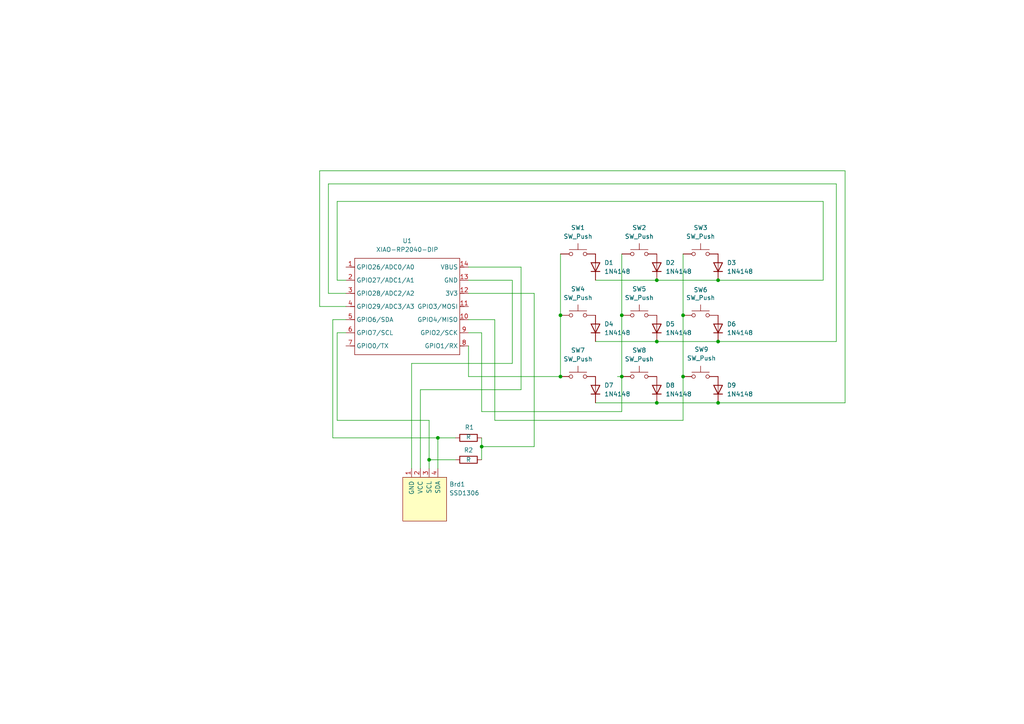
<source format=kicad_sch>
(kicad_sch (version 20231120) (generator "eeschema") (generator_version "8.0")
  (paper "A4")
  (lib_symbols
    (symbol "Device:R" (pin_numbers hide) (pin_names (offset 0))
      (property "Reference" "R" (at 2.032 0 90))
      (property "Value" "R" (at 0 0 90))
      (symbol "R_0_1"
        (rectangle (start -1.016 -2.54) (end 1.016 2.54) (stroke (width 0.254)))
      )
      (symbol "R_1_1"
        (pin passive line (at 0 3.81 270) (length 1.27) (name "~") (number "1"))
        (pin passive line (at 0 -3.81 90) (length 1.27) (name "~") (number "2"))
      )
    )
    (symbol "Diode:1N4148" (pin_numbers hide) (pin_names hide)
      (property "Reference" "D" (at 0 2.54 0))
      (property "Value" "1N4148" (at 0 -2.54 0))
      (symbol "1N4148_0_1"
        (polyline (pts (xy -1.27 1.27) (xy -1.27 -1.27)) (stroke (width 0.254)))
        (polyline (pts (xy 1.27 0) (xy -1.27 0)))
        (polyline (pts (xy 1.27 1.27) (xy 1.27 -1.27) (xy -1.27 0) (xy 1.27 1.27)) (stroke (width 0.254)))
      )
      (symbol "1N4148_1_1"
        (pin passive line (at -3.81 0 0) (length 2.54) (name "K") (number "1"))
        (pin passive line (at 3.81 0 180) (length 2.54) (name "A") (number "2"))
      )
    )
    (symbol "Switch:SW_Push" (pin_numbers hide) (pin_names (offset 1.016) hide)
      (property "Reference" "SW" (at 1.27 2.54 0))
      (property "Value" "SW_Push" (at 0 -1.524 0))
      (symbol "SW_Push_0_1"
        (circle (center -2.032 0) (radius 0.508))
        (polyline (pts (xy 0 1.27) (xy 0 3.048)))
        (polyline (pts (xy 2.54 1.27) (xy -2.54 1.27)))
        (circle (center 2.032 0) (radius 0.508))
        (pin passive line (at -5.08 0 0) (length 2.54) (name "1") (number "1"))
        (pin passive line (at 5.08 0 180) (length 2.54) (name "2") (number "2"))
      )
    )
    (symbol "the screen:SSD1306" (pin_names (offset 1.016))
      (property "Reference" "Brd" (at 0 -3.81 0))
      (property "Value" "SSD1306" (at 0 -1.27 0))
      (symbol "SSD1306_0_1"
        (rectangle (start -6.35 6.35) (end 6.35 -6.35) (fill (type background)))
      )
      (symbol "SSD1306_1_1"
        (pin input line (at -3.81 8.89 270) (length 2.54) (name "GND") (number "1"))
        (pin input line (at -1.27 8.89 270) (length 2.54) (name "VCC") (number "2"))
        (pin input line (at 1.27 8.89 270) (length 2.54) (name "SCL") (number "3"))
        (pin input line (at 3.81 8.89 270) (length 2.54) (name "SDA") (number "4"))
      )
    )
    (symbol "xiao hong shuuu:XIAO-RP2040-DIP"
      (property "Reference" "U" (at 0 0 0))
      (property "Value" "XIAO-RP2040-DIP" (at 5.334 -1.778 0))
      (symbol "XIAO-RP2040-DIP_1_0"
        (polyline (pts (xy -1.27 -30.48) (xy -1.27 -16.51)) (stroke (width 0.1524)))
        (polyline (pts (xy -1.27 -27.94) (xy -2.54 -27.94)) (stroke (width 0.1524)))
        (polyline (pts (xy -1.27 -24.13) (xy -2.54 -24.13)) (stroke (width 0.1524)))
        (polyline (pts (xy -1.27 -20.32) (xy -2.54 -20.32)) (stroke (width 0.1524)))
        (polyline (pts (xy -1.27 -16.51) (xy -2.54 -16.51)) (stroke (width 0.1524)))
        (polyline (pts (xy -1.27 -16.51) (xy -1.27 -12.7)) (stroke (width 0.1524)))
        (polyline (pts (xy -1.27 -12.7) (xy -2.54 -12.7)) (stroke (width 0.1524)))
        (polyline (pts (xy -1.27 -12.7) (xy -1.27 -8.89)) (stroke (width 0.1524)))
        (polyline (pts (xy -1.27 -8.89) (xy -2.54 -8.89)) (stroke (width 0.1524)))
        (polyline (pts (xy -1.27 -8.89) (xy -1.27 -5.08)) (stroke (width 0.1524)))
        (polyline (pts (xy -1.27 -5.08) (xy -2.54 -5.08)) (stroke (width 0.1524)))
        (polyline (pts (xy -1.27 -5.08) (xy -1.27 -2.54)) (stroke (width 0.1524)))
        (polyline (pts (xy -1.27 -2.54) (xy 29.21 -2.54)) (stroke (width 0.1524)))
        (polyline (pts (xy 29.21 -30.48) (xy -1.27 -30.48)) (stroke (width 0.1524)))
        (polyline (pts (xy 29.21 -12.7) (xy 29.21 -30.48)) (stroke (width 0.1524)))
        (polyline (pts (xy 29.21 -8.89) (xy 29.21 -12.7)) (stroke (width 0.1524)))
        (polyline (pts (xy 29.21 -5.08) (xy 29.21 -8.89)) (stroke (width 0.1524)))
        (polyline (pts (xy 29.21 -2.54) (xy 29.21 -5.08)) (stroke (width 0.1524)))
        (polyline (pts (xy 30.48 -27.94) (xy 29.21 -27.94)) (stroke (width 0.1524)))
        (polyline (pts (xy 30.48 -24.13) (xy 29.21 -24.13)) (stroke (width 0.1524)))
        (polyline (pts (xy 30.48 -20.32) (xy 29.21 -20.32)) (stroke (width 0.1524)))
        (polyline (pts (xy 30.48 -16.51) (xy 29.21 -16.51)) (stroke (width 0.1524)))
        (polyline (pts (xy 30.48 -12.7) (xy 29.21 -12.7)) (stroke (width 0.1524)))
        (polyline (pts (xy 30.48 -8.89) (xy 29.21 -8.89)) (stroke (width 0.1524)))
        (polyline (pts (xy 30.48 -5.08) (xy 29.21 -5.08)) (stroke (width 0.1524)))
        (pin passive line (at -3.81 -5.08 0) (length 2.54) (name "GPIO26/ADC0/A0") (number "1"))
        (pin passive line (at 31.75 -20.32 180) (length 2.54) (name "GPIO4/MISO") (number "10"))
        (pin passive line (at 31.75 -16.51 180) (length 2.54) (name "GPIO3/MOSI") (number "11"))
        (pin passive line (at 31.75 -12.7 180) (length 2.54) (name "3V3") (number "12"))
        (pin passive line (at 31.75 -8.89 180) (length 2.54) (name "GND") (number "13"))
        (pin passive line (at 31.75 -5.08 180) (length 2.54) (name "VBUS") (number "14"))
        (pin passive line (at -3.81 -8.89 0) (length 2.54) (name "GPIO27/ADC1/A1") (number "2"))
        (pin passive line (at -3.81 -12.7 0) (length 2.54) (name "GPIO28/ADC2/A2") (number "3"))
        (pin passive line (at -3.81 -16.51 0) (length 2.54) (name "GPIO29/ADC3/A3") (number "4"))
        (pin passive line (at -3.81 -20.32 0) (length 2.54) (name "GPIO6/SDA") (number "5"))
        (pin passive line (at -3.81 -24.13 0) (length 2.54) (name "GPIO7/SCL") (number "6"))
        (pin passive line (at -3.81 -27.94 0) (length 2.54) (name "GPIO0/TX") (number "7"))
        (pin passive line (at 31.75 -27.94 180) (length 2.54) (name "GPIO1/RX") (number "8"))
        (pin passive line (at 31.75 -24.13 180) (length 2.54) (name "GPIO2/SCK") (number "9"))
      )
    )
  )
  (junction (at 208.28 81.28))
  (junction (at 190.5 116.84))
  (junction (at 180.34 91.44))
  (junction (at 190.5 99.06))
  (junction (at 162.56 91.44))
  (junction (at 139.7 129.54))
  (junction (at 208.28 116.84))
  (junction (at 180.34 109.22))
  (junction (at 127 127))
  (junction (at 198.12 91.44))
  (junction (at 198.12 109.22))
  (junction (at 124.46 133.35))
  (junction (at 208.28 99.06))
  (junction (at 162.56 109.22))
  (junction (at 190.5 81.28))
  (wire (pts (xy 135.89 85.09) (xy 154.94 85.09)))
  (wire (pts (xy 127 135.89) (xy 127 127)))
  (wire (pts (xy 198.12 109.22) (xy 198.12 121.92)))
  (wire (pts (xy 245.11 49.53) (xy 92.71 49.53)))
  (wire (pts (xy 148.59 105.41) (xy 148.59 81.28)))
  (wire (pts (xy 135.89 96.52) (xy 139.7 96.52)))
  (wire (pts (xy 190.5 81.28) (xy 208.28 81.28)))
  (wire (pts (xy 97.79 58.42) (xy 97.79 81.28)))
  (wire (pts (xy 127 127) (xy 132.08 127)))
  (wire (pts (xy 154.94 85.09) (xy 154.94 129.54)))
  (wire (pts (xy 124.46 133.35) (xy 132.08 133.35)))
  (wire (pts (xy 180.34 109.22) (xy 180.34 119.38)))
  (wire (pts (xy 172.72 81.28) (xy 190.5 81.28)))
  (wire (pts (xy 245.11 116.84) (xy 245.11 49.53)))
  (wire (pts (xy 208.28 99.06) (xy 242.57 99.06)))
  (wire (pts (xy 135.89 109.22) (xy 135.89 100.33)))
  (wire (pts (xy 242.57 99.06) (xy 242.57 53.34)))
  (wire (pts (xy 96.52 127) (xy 96.52 92.71)))
  (wire (pts (xy 139.7 129.54) (xy 139.7 133.35)))
  (wire (pts (xy 198.12 73.66) (xy 198.12 91.44)))
  (wire (pts (xy 121.92 135.89) (xy 121.92 113.03)))
  (wire (pts (xy 124.46 133.35) (xy 124.46 121.92)))
  (wire (pts (xy 238.76 58.42) (xy 97.79 58.42)))
  (wire (pts (xy 95.25 85.09) (xy 100.33 85.09)))
  (wire (pts (xy 242.57 53.34) (xy 95.25 53.34)))
  (wire (pts (xy 139.7 127) (xy 139.7 129.54)))
  (wire (pts (xy 190.5 116.84) (xy 208.28 116.84)))
  (wire (pts (xy 162.56 91.44) (xy 162.56 109.22)))
  (wire (pts (xy 238.76 81.28) (xy 238.76 58.42)))
  (wire (pts (xy 127 127) (xy 96.52 127)))
  (wire (pts (xy 95.25 53.34) (xy 95.25 85.09)))
  (wire (pts (xy 180.34 73.66) (xy 180.34 91.44)))
  (wire (pts (xy 208.28 116.84) (xy 245.11 116.84)))
  (wire (pts (xy 135.89 92.71) (xy 143.51 92.71)))
  (wire (pts (xy 151.13 77.47) (xy 135.89 77.47)))
  (wire (pts (xy 124.46 135.89) (xy 124.46 133.35)))
  (wire (pts (xy 143.51 121.92) (xy 143.51 92.71)))
  (wire (pts (xy 92.71 49.53) (xy 92.71 88.9)))
  (wire (pts (xy 180.34 91.44) (xy 180.34 109.22)))
  (wire (pts (xy 97.79 96.52) (xy 100.33 96.52)))
  (wire (pts (xy 119.38 135.89) (xy 119.38 105.41)))
  (wire (pts (xy 124.46 121.92) (xy 97.79 121.92)))
  (wire (pts (xy 151.13 113.03) (xy 151.13 77.47)))
  (wire (pts (xy 162.56 73.66) (xy 162.56 91.44)))
  (wire (pts (xy 172.72 116.84) (xy 190.5 116.84)))
  (wire (pts (xy 198.12 121.92) (xy 143.51 121.92)))
  (wire (pts (xy 179.07 109.22) (xy 180.34 109.22)))
  (wire (pts (xy 198.12 91.44) (xy 198.12 109.22)))
  (wire (pts (xy 180.34 119.38) (xy 139.7 119.38)))
  (wire (pts (xy 208.28 81.28) (xy 238.76 81.28)))
  (wire (pts (xy 148.59 81.28) (xy 135.89 81.28)))
  (wire (pts (xy 139.7 129.54) (xy 154.94 129.54)))
  (wire (pts (xy 172.72 99.06) (xy 190.5 99.06)))
  (wire (pts (xy 135.89 109.22) (xy 162.56 109.22)))
  (wire (pts (xy 139.7 119.38) (xy 139.7 96.52)))
  (wire (pts (xy 190.5 99.06) (xy 208.28 99.06)))
  (wire (pts (xy 121.92 113.03) (xy 151.13 113.03)))
  (wire (pts (xy 96.52 92.71) (xy 100.33 92.71)))
  (wire (pts (xy 119.38 105.41) (xy 148.59 105.41)))
  (wire (pts (xy 92.71 88.9) (xy 100.33 88.9)))
  (wire (pts (xy 97.79 81.28) (xy 100.33 81.28)))
  (wire (pts (xy 97.79 121.92) (xy 97.79 96.52)))
  (symbol (lib_id "Switch:SW_Push") (at 167.64 109.22 0) (unit 1)
    (property "Reference" "SW7" (at 167.64 101.6 0))
    (property "Value" "SW_Push" (at 167.64 104.14 0))
    (property "Footprint" "Button_Switch_Keyboard:SW_Cherry_MX_1.00u_PCB" (effects (hide yes)))
    (property "Description" "Push button switch, generic, two pins" (effects (hide yes)))
  )
  (symbol (lib_id "Switch:SW_Push") (at 167.64 91.44 0) (unit 1)
    (property "Reference" "SW4" (at 167.64 83.82 0))
    (property "Value" "SW_Push" (at 167.64 86.36 0))
    (property "Footprint" "Button_Switch_Keyboard:SW_Cherry_MX_1.00u_PCB" (effects (hide yes)))
    (property "Description" "Push button switch, generic, two pins" (effects (hide yes)))
  )
  (symbol (lib_id "Diode:1N4148") (at 172.72 113.03 90) (unit 1)
    (property "Reference" "D7" (at 175.26 111.7599 90) (effects (justify right)))
    (property "Value" "1N4148" (at 175.26 114.2999 90) (effects (justify right)))
    (property "Footprint" "Diode_THT:D_DO-35_SOD27_P7.62mm_Horizontal" (effects (hide yes)))
    (property "Datasheet" "https://assets.nexperia.com/documents/data-sheet/1N4148_1N4448.pdf" (effects (hide yes)))
    (property "Description" "100V 0.15A standard switching diode, DO-35" (effects (hide yes)))
    (property "Sim.Device" "D" (effects (hide yes)))
    (property "Sim.Pins" "1=K 2=A" (effects (hide yes)))
  )
  (symbol (lib_id "Switch:SW_Push") (at 203.2 91.44 0) (unit 1)
    (property "Reference" "SW6" (at 203.2 84.074 0))
    (property "Value" "SW_Push" (at 203.2 86.36 0))
    (property "Footprint" "Button_Switch_Keyboard:SW_Cherry_MX_1.00u_PCB" (effects (hide yes)))
    (property "Description" "Push button switch, generic, two pins" (effects (hide yes)))
  )
  (symbol (lib_id "xiao hong shuuu:XIAO-RP2040-DIP") (at 104.14 72.39 0) (unit 1)
    (property "Reference" "U1" (at 118.11 69.85 0))
    (property "Value" "XIAO-RP2040-DIP" (at 118.11 72.39 0))
    (property "Footprint" "Xiao Sries:XIAO-RP2040-DIP" (effects (hide yes)))
  )
  (symbol (lib_id "Switch:SW_Push") (at 185.42 109.22 0) (unit 1)
    (property "Reference" "SW8" (at 185.42 101.6 0))
    (property "Value" "SW_Push" (at 185.42 104.14 0))
    (property "Footprint" "Button_Switch_Keyboard:SW_Cherry_MX_1.00u_PCB" (effects (hide yes)))
    (property "Description" "Push button switch, generic, two pins" (effects (hide yes)))
  )
  (symbol (lib_id "Diode:1N4148") (at 172.72 95.25 90) (unit 1)
    (property "Reference" "D4" (at 175.26 93.9799 90) (effects (justify right)))
    (property "Value" "1N4148" (at 175.26 96.5199 90) (effects (justify right)))
    (property "Footprint" "Diode_THT:D_DO-35_SOD27_P7.62mm_Horizontal" (effects (hide yes)))
    (property "Datasheet" "https://assets.nexperia.com/documents/data-sheet/1N4148_1N4448.pdf" (effects (hide yes)))
    (property "Description" "100V 0.15A standard switching diode, DO-35" (effects (hide yes)))
    (property "Sim.Device" "D" (effects (hide yes)))
    (property "Sim.Pins" "1=K 2=A" (effects (hide yes)))
  )
  (symbol (lib_id "Device:R") (at 135.89 133.35 90) (unit 1)
    (property "Reference" "R2" (at 135.89 130.556 90))
    (property "Value" "R" (at 135.89 133.35 90))
    (property "Footprint" "Resistor_THT:R_Axial_DIN0204_L3.6mm_D1.6mm_P7.62mm_Horizontal" (effects (hide yes)))
    (property "Description" "Resistor" (effects (hide yes)))
  )
  (symbol (lib_id "the screen:SSD1306") (at 123.19 144.78 0) (unit 1)
    (property "Reference" "Brd1" (at 130.302 140.462 0) (effects (justify left)))
    (property "Value" "SSD1306" (at 130.302 143.002 0) (effects (justify left)))
    (property "Footprint" "ssd1306:128x64OLED" (effects (hide yes)))
    (property "Description" "SSD1306 OLED" (effects (hide yes)))
  )
  (symbol (lib_id "Diode:1N4148") (at 172.72 77.47 90) (unit 1)
    (property "Reference" "D1" (at 175.26 76.1999 90) (effects (justify right)))
    (property "Value" "1N4148" (at 175.26 78.7399 90) (effects (justify right)))
    (property "Footprint" "Diode_THT:D_DO-35_SOD27_P7.62mm_Horizontal" (effects (hide yes)))
    (property "Datasheet" "https://assets.nexperia.com/documents/data-sheet/1N4148_1N4448.pdf" (effects (hide yes)))
    (property "Description" "100V 0.15A standard switching diode, DO-35" (effects (hide yes)))
    (property "Sim.Device" "D" (effects (hide yes)))
    (property "Sim.Pins" "1=K 2=A" (effects (hide yes)))
  )
  (symbol (lib_id "Switch:SW_Push") (at 203.2 73.66 0) (unit 1)
    (property "Reference" "SW3" (at 203.2 66.04 0))
    (property "Value" "SW_Push" (at 203.2 68.58 0))
    (property "Footprint" "Button_Switch_Keyboard:SW_Cherry_MX_1.00u_PCB" (effects (hide yes)))
    (property "Description" "Push button switch, generic, two pins" (effects (hide yes)))
  )
  (symbol (lib_id "Switch:SW_Push") (at 203.2 109.22 0) (unit 1)
    (property "Reference" "SW9" (at 203.454 101.346 0))
    (property "Value" "SW_Push" (at 203.454 103.886 0))
    (property "Footprint" "Button_Switch_Keyboard:SW_Cherry_MX_1.00u_PCB" (effects (hide yes)))
    (property "Description" "Push button switch, generic, two pins" (effects (hide yes)))
  )
  (symbol (lib_id "Device:R") (at 135.89 127 90) (unit 1)
    (property "Reference" "R1" (at 136.144 123.952 90))
    (property "Value" "R" (at 135.89 126.746 90))
    (property "Footprint" "Resistor_THT:R_Axial_DIN0204_L3.6mm_D1.6mm_P7.62mm_Horizontal" (effects (hide yes)))
    (property "Description" "Resistor" (effects (hide yes)))
  )
  (symbol (lib_id "Switch:SW_Push") (at 185.42 73.66 0) (unit 1)
    (property "Reference" "SW2" (at 185.42 66.04 0))
    (property "Value" "SW_Push" (at 185.42 68.58 0))
    (property "Footprint" "Button_Switch_Keyboard:SW_Cherry_MX_1.00u_PCB" (effects (hide yes)))
    (property "Description" "Push button switch, generic, two pins" (effects (hide yes)))
  )
  (symbol (lib_id "Diode:1N4148") (at 208.28 77.47 90) (unit 1)
    (property "Reference" "D3" (at 210.82 76.1999 90) (effects (justify right)))
    (property "Value" "1N4148" (at 210.82 78.7399 90) (effects (justify right)))
    (property "Footprint" "Diode_THT:D_DO-35_SOD27_P7.62mm_Horizontal" (effects (hide yes)))
    (property "Datasheet" "https://assets.nexperia.com/documents/data-sheet/1N4148_1N4448.pdf" (effects (hide yes)))
    (property "Description" "100V 0.15A standard switching diode, DO-35" (effects (hide yes)))
    (property "Sim.Device" "D" (effects (hide yes)))
    (property "Sim.Pins" "1=K 2=A" (effects (hide yes)))
  )
  (symbol (lib_id "Switch:SW_Push") (at 167.64 73.66 0) (unit 1)
    (property "Reference" "SW1" (at 167.64 66.04 0))
    (property "Value" "SW_Push" (at 167.64 68.58 0))
    (property "Footprint" "Button_Switch_Keyboard:SW_Cherry_MX_1.00u_PCB" (effects (hide yes)))
    (property "Description" "Push button switch, generic, two pins" (effects (hide yes)))
  )
  (symbol (lib_id "Diode:1N4148") (at 190.5 113.03 90) (unit 1)
    (property "Reference" "D8" (at 193.04 111.7599 90) (effects (justify right)))
    (property "Value" "1N4148" (at 193.04 114.2999 90) (effects (justify right)))
    (property "Footprint" "Diode_THT:D_DO-35_SOD27_P7.62mm_Horizontal" (effects (hide yes)))
    (property "Datasheet" "https://assets.nexperia.com/documents/data-sheet/1N4148_1N4448.pdf" (effects (hide yes)))
    (property "Description" "100V 0.15A standard switching diode, DO-35" (effects (hide yes)))
    (property "Sim.Device" "D" (effects (hide yes)))
    (property "Sim.Pins" "1=K 2=A" (effects (hide yes)))
  )
  (symbol (lib_id "Diode:1N4148") (at 190.5 95.25 90) (unit 1)
    (property "Reference" "D5" (at 193.04 93.9799 90) (effects (justify right)))
    (property "Value" "1N4148" (at 193.04 96.5199 90) (effects (justify right)))
    (property "Footprint" "Diode_THT:D_DO-35_SOD27_P7.62mm_Horizontal" (effects (hide yes)))
    (property "Datasheet" "https://assets.nexperia.com/documents/data-sheet/1N4148_1N4448.pdf" (effects (hide yes)))
    (property "Description" "100V 0.15A standard switching diode, DO-35" (effects (hide yes)))
    (property "Sim.Device" "D" (effects (hide yes)))
    (property "Sim.Pins" "1=K 2=A" (effects (hide yes)))
  )
  (symbol (lib_id "Diode:1N4148") (at 208.28 113.03 90) (unit 1)
    (property "Reference" "D9" (at 210.82 111.7599 90) (effects (justify right)))
    (property "Value" "1N4148" (at 210.82 114.2999 90) (effects (justify right)))
    (property "Footprint" "Diode_THT:D_DO-35_SOD27_P7.62mm_Horizontal" (effects (hide yes)))
    (property "Datasheet" "https://assets.nexperia.com/documents/data-sheet/1N4148_1N4448.pdf" (effects (hide yes)))
    (property "Description" "100V 0.15A standard switching diode, DO-35" (effects (hide yes)))
    (property "Sim.Device" "D" (effects (hide yes)))
    (property "Sim.Pins" "1=K 2=A" (effects (hide yes)))
  )
  (symbol (lib_id "Diode:1N4148") (at 208.28 95.25 90) (unit 1)
    (property "Reference" "D6" (at 210.82 93.9799 90) (effects (justify right)))
    (property "Value" "1N4148" (at 210.82 96.5199 90) (effects (justify right)))
    (property "Footprint" "Diode_THT:D_DO-35_SOD27_P7.62mm_Horizontal" (effects (hide yes)))
    (property "Datasheet" "https://assets.nexperia.com/documents/data-sheet/1N4148_1N4448.pdf" (effects (hide yes)))
    (property "Description" "100V 0.15A standard switching diode, DO-35" (effects (hide yes)))
    (property "Sim.Device" "D" (effects (hide yes)))
    (property "Sim.Pins" "1=K 2=A" (effects (hide yes)))
  )
  (symbol (lib_id "Diode:1N4148") (at 190.5 77.47 90) (unit 1)
    (property "Reference" "D2" (at 193.04 76.1999 90) (effects (justify right)))
    (property "Value" "1N4148" (at 193.04 78.7399 90) (effects (justify right)))
    (property "Footprint" "Diode_THT:D_DO-35_SOD27_P7.62mm_Horizontal" (effects (hide yes)))
    (property "Datasheet" "https://assets.nexperia.com/documents/data-sheet/1N4148_1N4448.pdf" (effects (hide yes)))
    (property "Description" "100V 0.15A standard switching diode, DO-35" (effects (hide yes)))
    (property "Sim.Device" "D" (effects (hide yes)))
    (property "Sim.Pins" "1=K 2=A" (effects (hide yes)))
  )
  (symbol (lib_id "Switch:SW_Push") (at 185.42 91.44 0) (unit 1)
    (property "Reference" "SW5" (at 185.42 83.82 0))
    (property "Value" "SW_Push" (at 185.42 86.36 0))
    (property "Footprint" "Button_Switch_Keyboard:SW_Cherry_MX_1.00u_PCB" (effects (hide yes)))
    (property "Description" "Push button switch, generic, two pins" (effects (hide yes)))
  )
)
</source>
